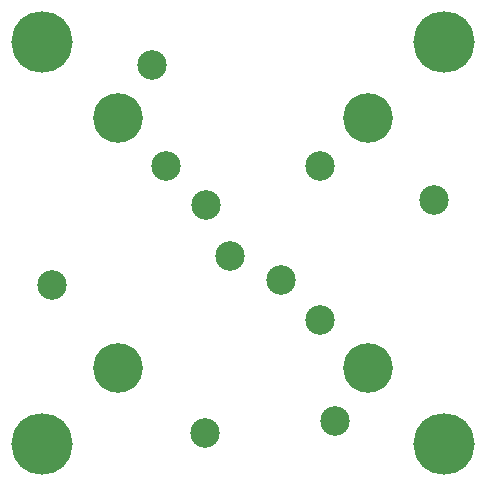
<source format=gts>
G04*
G04 #@! TF.GenerationSoftware,Altium Limited,Altium Designer,19.0.10 (269)*
G04*
G04 Layer_Color=8388736*
%FSLAX25Y25*%
%MOIN*%
G70*
G01*
G75*
%ADD11C,0.09855*%
%ADD12C,0.16548*%
%ADD13C,0.20485*%
%ADD14C,0.00400*%
D11*
X30511Y-59464D02*
D03*
X63584Y14198D02*
D03*
X25779Y25779D02*
D03*
X-30511Y59464D02*
D03*
X-12806Y-63305D02*
D03*
X-63584Y-14198D02*
D03*
X-12528Y12528D02*
D03*
X12528Y-12528D02*
D03*
X-4371Y-4371D02*
D03*
X25779Y-25779D02*
D03*
X-25779Y25779D02*
D03*
D12*
X-41758Y-41758D02*
D03*
Y41758D02*
D03*
X41758D02*
D03*
Y-41758D02*
D03*
D13*
X-66929Y66929D02*
D03*
X66929D02*
D03*
Y-66929D02*
D03*
X-66929D02*
D03*
D14*
X13112Y6573D02*
D03*
X8936D02*
D03*
Y10749D02*
D03*
X13112D02*
D03*
M02*

</source>
